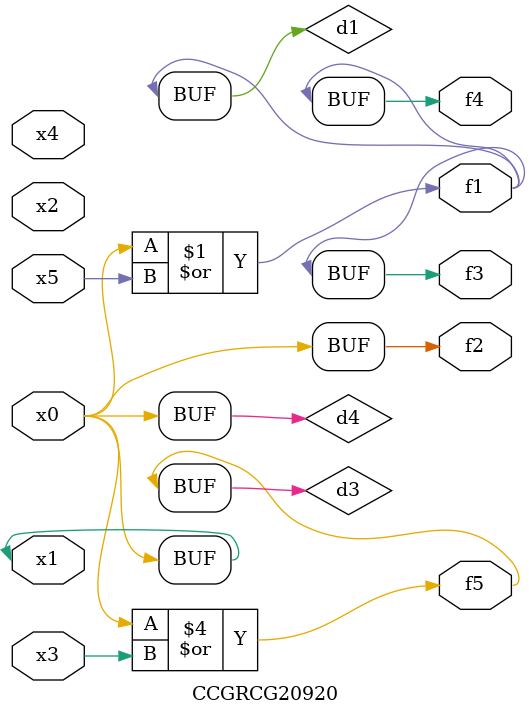
<source format=v>
module CCGRCG20920(
	input x0, x1, x2, x3, x4, x5,
	output f1, f2, f3, f4, f5
);

	wire d1, d2, d3, d4;

	or (d1, x0, x5);
	xnor (d2, x1, x4);
	or (d3, x0, x3);
	buf (d4, x0, x1);
	assign f1 = d1;
	assign f2 = d4;
	assign f3 = d1;
	assign f4 = d1;
	assign f5 = d3;
endmodule

</source>
